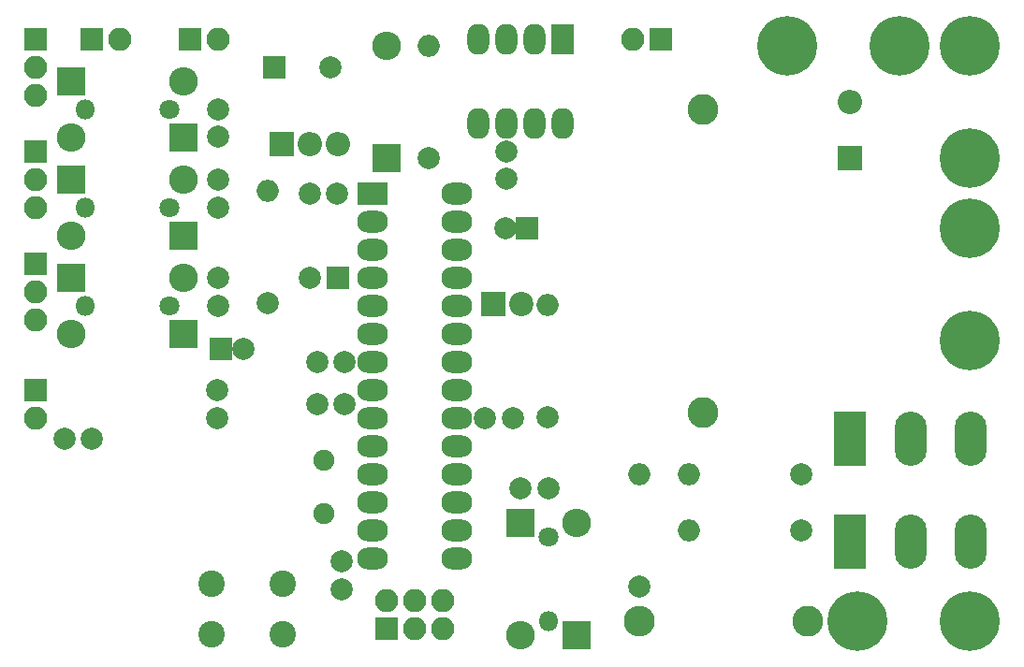
<source format=gbr>
G04 #@! TF.GenerationSoftware,KiCad,Pcbnew,(2017-12-14 revision b47a06e)-master*
G04 #@! TF.CreationDate,2017-12-28T19:17:59-08:00*
G04 #@! TF.ProjectId,Elephant-3,456C657068616E742D332E6B69636164,1*
G04 #@! TF.SameCoordinates,Original*
G04 #@! TF.FileFunction,Soldermask,Bot*
G04 #@! TF.FilePolarity,Negative*
%FSLAX46Y46*%
G04 Gerber Fmt 4.6, Leading zero omitted, Abs format (unit mm)*
G04 Created by KiCad (PCBNEW (2017-12-14 revision b47a06e)-master) date Thursday, December 28, 2017 'PMt' 07:17:59 PM*
%MOMM*%
%LPD*%
G01*
G04 APERTURE LIST*
%ADD10C,2.200000*%
%ADD11R,2.200000X2.200000*%
%ADD12C,2.800000*%
%ADD13C,2.000000*%
%ADD14R,2.000000X2.000000*%
%ADD15R,2.100000X2.100000*%
%ADD16O,2.100000X2.100000*%
%ADD17R,2.600000X2.600000*%
%ADD18O,2.600000X2.600000*%
%ADD19O,2.200000X2.200000*%
%ADD20C,5.400000*%
%ADD21R,2.900000X4.900000*%
%ADD22O,2.900000X4.900000*%
%ADD23C,1.800000*%
%ADD24O,1.800000X1.800000*%
%ADD25O,2.000000X2.000000*%
%ADD26O,2.800000X2.800000*%
%ADD27C,2.400000*%
%ADD28R,2.800000X2.000000*%
%ADD29O,2.800000X2.000000*%
%ADD30R,2.000000X2.800000*%
%ADD31O,2.000000X2.800000*%
%ADD32C,1.900000*%
G04 APERTURE END LIST*
D10*
X154432000Y-95123000D03*
D11*
X151892000Y-95123000D03*
D12*
X170815000Y-104970000D03*
X170815000Y-77470000D03*
D13*
X138430000Y-100330000D03*
X135930000Y-100330000D03*
X151130000Y-105410000D03*
X153630000Y-105410000D03*
D14*
X132080000Y-73660000D03*
D13*
X137080000Y-73660000D03*
X156845000Y-111760000D03*
X154345000Y-111760000D03*
D14*
X137795000Y-92710000D03*
D13*
X135295000Y-92710000D03*
X127000000Y-95250000D03*
X127000000Y-92750000D03*
X127000000Y-86360000D03*
X127000000Y-83860000D03*
X138430000Y-104140000D03*
X135930000Y-104140000D03*
X138176000Y-120904000D03*
X138176000Y-118404000D03*
X126873000Y-105410000D03*
X126873000Y-102910000D03*
X135255000Y-85090000D03*
X137755000Y-85090000D03*
X153035000Y-81280000D03*
X153035000Y-83780000D03*
D15*
X142240000Y-124460000D03*
D16*
X142240000Y-121920000D03*
X144780000Y-124460000D03*
X144780000Y-121920000D03*
X147320000Y-124460000D03*
X147320000Y-121920000D03*
D17*
X159385000Y-125095000D03*
D18*
X159385000Y-114935000D03*
D17*
X154305000Y-114935000D03*
D18*
X154305000Y-125095000D03*
D17*
X113665000Y-92710000D03*
D18*
X123825000Y-92710000D03*
D17*
X123825000Y-97790000D03*
D18*
X113665000Y-97790000D03*
D17*
X113665000Y-83820000D03*
D18*
X123825000Y-83820000D03*
D17*
X123825000Y-88900000D03*
D18*
X113665000Y-88900000D03*
D17*
X142240000Y-81915000D03*
D18*
X142240000Y-71755000D03*
D17*
X113665000Y-74930000D03*
D18*
X123825000Y-74930000D03*
D17*
X123825000Y-80010000D03*
D18*
X113665000Y-80010000D03*
D11*
X184150000Y-81915000D03*
D19*
X184150000Y-76835000D03*
D15*
X115570000Y-71120000D03*
D16*
X118110000Y-71120000D03*
D15*
X110490000Y-91440000D03*
D16*
X110490000Y-93980000D03*
X110490000Y-96520000D03*
D15*
X110490000Y-81280000D03*
D16*
X110490000Y-83820000D03*
X110490000Y-86360000D03*
D15*
X110490000Y-71120000D03*
D16*
X110490000Y-73660000D03*
X110490000Y-76200000D03*
D15*
X110490000Y-102870000D03*
D16*
X110490000Y-105410000D03*
D15*
X124460000Y-71120000D03*
D16*
X127000000Y-71120000D03*
D20*
X178435000Y-71755000D03*
X188595000Y-71755000D03*
X194945000Y-81915000D03*
X194945000Y-71755000D03*
X184785000Y-123825000D03*
X194945000Y-123825000D03*
D15*
X167005000Y-71120000D03*
D16*
X164465000Y-71120000D03*
D20*
X194945000Y-88265000D03*
X194945000Y-98425000D03*
D21*
X184150000Y-116586000D03*
D22*
X189600000Y-116586000D03*
X195050000Y-116586000D03*
D21*
X184150000Y-107315000D03*
D22*
X189600000Y-107315000D03*
X195050000Y-107315000D03*
D23*
X156845000Y-116205000D03*
D24*
X156845000Y-123825000D03*
D13*
X156743400Y-105384600D03*
D25*
X156743400Y-95224600D03*
D23*
X122555000Y-95250000D03*
D24*
X114935000Y-95250000D03*
D23*
X122555000Y-86360000D03*
D24*
X114935000Y-86360000D03*
D13*
X131445000Y-94996000D03*
D25*
X131445000Y-84836000D03*
D13*
X146050000Y-81915000D03*
D25*
X146050000Y-71755000D03*
D23*
X122555000Y-77470000D03*
D24*
X114935000Y-77470000D03*
D13*
X179705000Y-115570000D03*
D25*
X169545000Y-115570000D03*
D13*
X165100000Y-120650000D03*
D25*
X165100000Y-110490000D03*
D13*
X179705000Y-110490000D03*
D25*
X169545000Y-110490000D03*
D12*
X180340000Y-123825000D03*
D26*
X165100000Y-123825000D03*
D27*
X132842000Y-120468000D03*
X132842000Y-124968000D03*
X126342000Y-120468000D03*
X126342000Y-124968000D03*
D11*
X132715000Y-80645000D03*
D19*
X135255000Y-80645000D03*
X137795000Y-80645000D03*
D28*
X140970000Y-85090000D03*
D29*
X148590000Y-118110000D03*
X140970000Y-87630000D03*
X148590000Y-115570000D03*
X140970000Y-90170000D03*
X148590000Y-113030000D03*
X140970000Y-92710000D03*
X148590000Y-110490000D03*
X140970000Y-95250000D03*
X148590000Y-107950000D03*
X140970000Y-97790000D03*
X148590000Y-105410000D03*
X140970000Y-100330000D03*
X148590000Y-102870000D03*
X140970000Y-102870000D03*
X148590000Y-100330000D03*
X140970000Y-105410000D03*
X148590000Y-97790000D03*
X140970000Y-107950000D03*
X148590000Y-95250000D03*
X140970000Y-110490000D03*
X148590000Y-92710000D03*
X140970000Y-113030000D03*
X148590000Y-90170000D03*
X140970000Y-115570000D03*
X148590000Y-87630000D03*
X140970000Y-118110000D03*
X148590000Y-85090000D03*
D30*
X158115000Y-71120000D03*
D31*
X150495000Y-78740000D03*
X155575000Y-71120000D03*
X153035000Y-78740000D03*
X153035000Y-71120000D03*
X155575000Y-78740000D03*
X150495000Y-71120000D03*
X158115000Y-78740000D03*
D32*
X136525000Y-109220000D03*
X136525000Y-114100000D03*
D13*
X127000000Y-79970000D03*
X127000000Y-77470000D03*
D14*
X127254000Y-99187000D03*
D13*
X129254000Y-99187000D03*
X152940000Y-88265000D03*
D14*
X154940000Y-88265000D03*
D13*
X113070000Y-107315000D03*
X115570000Y-107315000D03*
M02*

</source>
